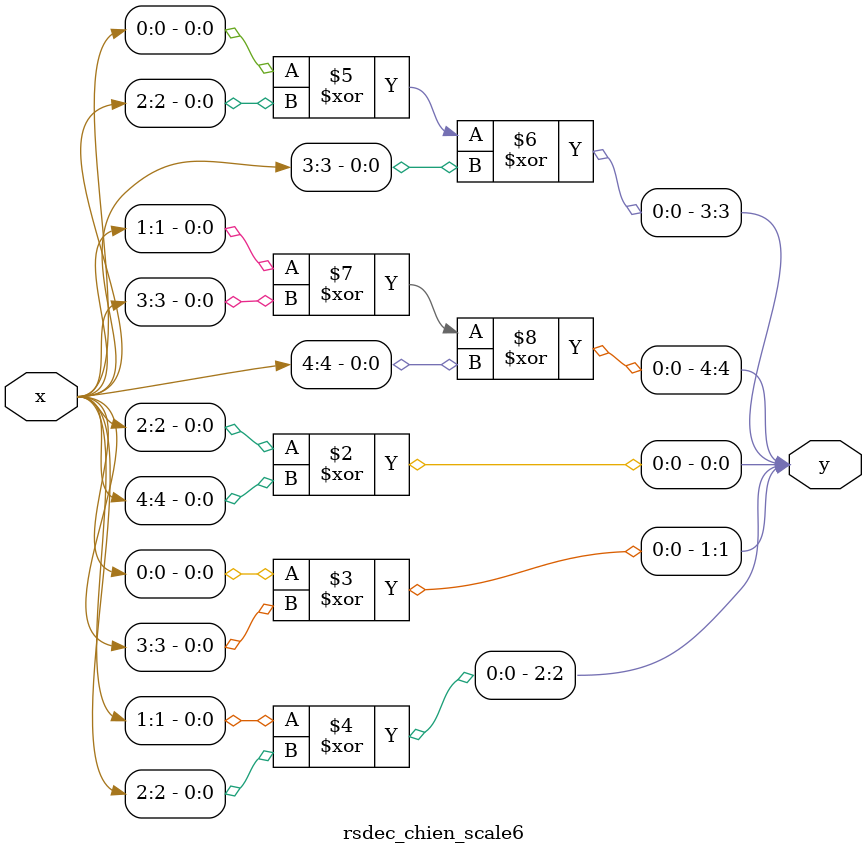
<source format=v>
module rsdec_chien_scale6 (y, x);
	input [4:0] x;
	output [4:0] y;
	reg [4:0] y;
	always @ (x)
	begin
		y[0] = x[2] ^ x[4];
		y[1] = x[0] ^ x[3];
		y[2] = x[1] ^ x[2];
		y[3] = x[0] ^ x[2] ^ x[3];
		y[4] = x[1] ^ x[3] ^ x[4];
	end
endmodule
</source>
